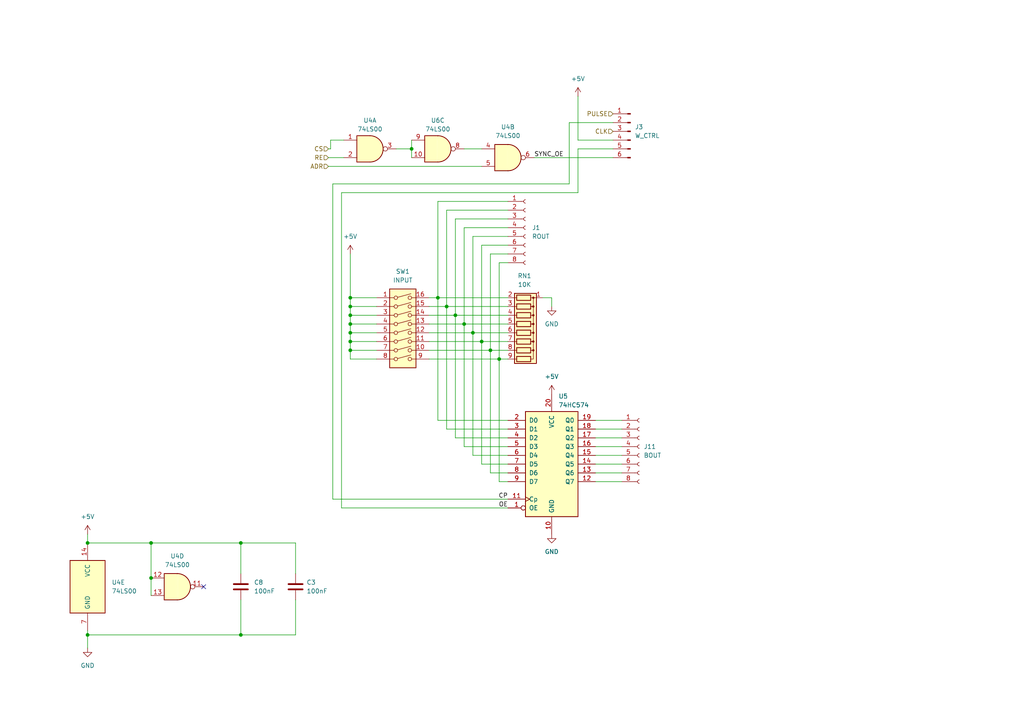
<source format=kicad_sch>
(kicad_sch (version 20230121) (generator eeschema)
  (paper "A4")
  (lib_symbols
    (symbol "74xx:74HCT574" (pin_names (offset 1.016))
      (property "Reference" "U" (at -7.62 16.51 0))
      (property "Value" "74HCT574" (at -7.62 -16.51 0))
      (symbol "74HCT574_1_0"
        (pin input inverted (at -12.7 -12.7 0) (length 5.08) (name "OE") (number "1"))
        (pin power_in line (at 0 -20.32 90) (length 5.08) (name "GND") (number "10"))
        (pin input clock (at -12.7 -10.16 0) (length 5.08) (name "Cp") (number "11"))
        (pin tri_state line (at 12.7 -5.08 180) (length 5.08) (name "Q7") (number "12"))
        (pin tri_state line (at 12.7 -2.54 180) (length 5.08) (name "Q6") (number "13"))
        (pin tri_state line (at 12.7 0 180) (length 5.08) (name "Q5") (number "14"))
        (pin tri_state line (at 12.7 2.54 180) (length 5.08) (name "Q4") (number "15"))
        (pin tri_state line (at 12.7 5.08 180) (length 5.08) (name "Q3") (number "16"))
        (pin tri_state line (at 12.7 7.62 180) (length 5.08) (name "Q2") (number "17"))
        (pin tri_state line (at 12.7 10.16 180) (length 5.08) (name "Q1") (number "18"))
        (pin tri_state line (at 12.7 12.7 180) (length 5.08) (name "Q0") (number "19"))
        (pin input line (at -12.7 12.7 0) (length 5.08) (name "D0") (number "2"))
        (pin power_in line (at 0 20.32 270) (length 5.08) (name "VCC") (number "20"))
        (pin input line (at -12.7 10.16 0) (length 5.08) (name "D1") (number "3"))
        (pin input line (at -12.7 7.62 0) (length 5.08) (name "D2") (number "4"))
        (pin input line (at -12.7 5.08 0) (length 5.08) (name "D3") (number "5"))
        (pin input line (at -12.7 2.54 0) (length 5.08) (name "D4") (number "6"))
        (pin input line (at -12.7 0 0) (length 5.08) (name "D5") (number "7"))
        (pin input line (at -12.7 -2.54 0) (length 5.08) (name "D6") (number "8"))
        (pin input line (at -12.7 -5.08 0) (length 5.08) (name "D7") (number "9"))
      )
      (symbol "74HCT574_1_1"
        (rectangle (start -7.62 15.24) (end 7.62 -15.24) (stroke (width 0.254)) (fill (type background)))
      )
    )
    (symbol "74xx:74LS00" (pin_names (offset 1.016))
      (property "Reference" "U" (at 0 1.27 0))
      (property "Value" "74LS00" (at 0 -1.27 0))
      (symbol "74LS00_1_1"
        (arc (start 0 -3.81) (mid 3.7934 0) (end 0 3.81) (stroke (width 0.254)) (fill (type background)))
        (polyline (pts (xy 0 3.81) (xy -3.81 3.81) (xy -3.81 -3.81) (xy 0 -3.81)) (stroke (width 0.254)) (fill (type background)))
        (pin input line (at -7.62 2.54 0) (length 3.81) (name "~") (number "1"))
        (pin input line (at -7.62 -2.54 0) (length 3.81) (name "~") (number "2"))
        (pin output inverted (at 7.62 0 180) (length 3.81) (name "~") (number "3"))
      )
      (symbol "74LS00_1_2"
        (arc (start -3.81 -3.81) (mid -2.589 0) (end -3.81 3.81) (stroke (width 0.254)))
        (arc (start -0.6096 -3.81) (mid 2.1842 -2.5851) (end 3.81 0) (stroke (width 0.254)) (fill (type background)))
        (polyline (pts (xy -3.81 -3.81) (xy -0.635 -3.81)) (stroke (width 0.254)) (fill (type background)))
        (polyline (pts (xy -3.81 3.81) (xy -0.635 3.81)) (stroke (width 0.254)) (fill (type background)))
        (polyline (pts (xy -0.635 3.81) (xy -3.81 3.81) (xy -3.81 3.81) (xy -3.556 3.4036) (xy -3.0226 2.2606) (xy -2.6924 1.0414) (xy -2.6162 -0.254) (xy -2.7686 -1.4986) (xy -3.175 -2.7178) (xy -3.81 -3.81) (xy -3.81 -3.81) (xy -0.635 -3.81)) (stroke (width -25.4)) (fill (type background)))
        (arc (start 3.81 0) (mid 2.1915 2.5936) (end -0.6096 3.81) (stroke (width 0.254)) (fill (type background)))
        (pin input inverted (at -7.62 2.54 0) (length 4.318) (name "~") (number "1"))
        (pin input inverted (at -7.62 -2.54 0) (length 4.318) (name "~") (number "2"))
        (pin output line (at 7.62 0 180) (length 3.81) (name "~") (number "3"))
      )
      (symbol "74LS00_2_1"
        (arc (start 0 -3.81) (mid 3.7934 0) (end 0 3.81) (stroke (width 0.254)) (fill (type background)))
        (polyline (pts (xy 0 3.81) (xy -3.81 3.81) (xy -3.81 -3.81) (xy 0 -3.81)) (stroke (width 0.254)) (fill (type background)))
        (pin input line (at -7.62 2.54 0) (length 3.81) (name "~") (number "4"))
        (pin input line (at -7.62 -2.54 0) (length 3.81) (name "~") (number "5"))
        (pin output inverted (at 7.62 0 180) (length 3.81) (name "~") (number "6"))
      )
      (symbol "74LS00_2_2"
        (arc (start -3.81 -3.81) (mid -2.589 0) (end -3.81 3.81) (stroke (width 0.254)))
        (arc (start -0.6096 -3.81) (mid 2.1842 -2.5851) (end 3.81 0) (stroke (width 0.254)) (fill (type background)))
        (polyline (pts (xy -3.81 -3.81) (xy -0.635 -3.81)) (stroke (width 0.254)) (fill (type background)))
        (polyline (pts (xy -3.81 3.81) (xy -0.635 3.81)) (stroke (width 0.254)) (fill (type background)))
        (polyline (pts (xy -0.635 3.81) (xy -3.81 3.81) (xy -3.81 3.81) (xy -3.556 3.4036) (xy -3.0226 2.2606) (xy -2.6924 1.0414) (xy -2.6162 -0.254) (xy -2.7686 -1.4986) (xy -3.175 -2.7178) (xy -3.81 -3.81) (xy -3.81 -3.81) (xy -0.635 -3.81)) (stroke (width -25.4)) (fill (type background)))
        (arc (start 3.81 0) (mid 2.1915 2.5936) (end -0.6096 3.81) (stroke (width 0.254)) (fill (type background)))
        (pin input inverted (at -7.62 2.54 0) (length 4.318) (name "~") (number "4"))
        (pin input inverted (at -7.62 -2.54 0) (length 4.318) (name "~") (number "5"))
        (pin output line (at 7.62 0 180) (length 3.81) (name "~") (number "6"))
      )
      (symbol "74LS00_3_1"
        (arc (start 0 -3.81) (mid 3.7934 0) (end 0 3.81) (stroke (width 0.254)) (fill (type background)))
        (polyline (pts (xy 0 3.81) (xy -3.81 3.81) (xy -3.81 -3.81) (xy 0 -3.81)) (stroke (width 0.254)) (fill (type background)))
        (pin input line (at -7.62 -2.54 0) (length 3.81) (name "~") (number "10"))
        (pin output inverted (at 7.62 0 180) (length 3.81) (name "~") (number "8"))
        (pin input line (at -7.62 2.54 0) (length 3.81) (name "~") (number "9"))
      )
      (symbol "74LS00_3_2"
        (arc (start -3.81 -3.81) (mid -2.589 0) (end -3.81 3.81) (stroke (width 0.254)))
        (arc (start -0.6096 -3.81) (mid 2.1842 -2.5851) (end 3.81 0) (stroke (width 0.254)) (fill (type background)))
        (polyline (pts (xy -3.81 -3.81) (xy -0.635 -3.81)) (stroke (width 0.254)) (fill (type background)))
        (polyline (pts (xy -3.81 3.81) (xy -0.635 3.81)) (stroke (width 0.254)) (fill (type background)))
        (polyline (pts (xy -0.635 3.81) (xy -3.81 3.81) (xy -3.81 3.81) (xy -3.556 3.4036) (xy -3.0226 2.2606) (xy -2.6924 1.0414) (xy -2.6162 -0.254) (xy -2.7686 -1.4986) (xy -3.175 -2.7178) (xy -3.81 -3.81) (xy -3.81 -3.81) (xy -0.635 -3.81)) (stroke (width -25.4)) (fill (type background)))
        (arc (start 3.81 0) (mid 2.1915 2.5936) (end -0.6096 3.81) (stroke (width 0.254)) (fill (type background)))
        (pin input inverted (at -7.62 -2.54 0) (length 4.318) (name "~") (number "10"))
        (pin output line (at 7.62 0 180) (length 3.81) (name "~") (number "8"))
        (pin input inverted (at -7.62 2.54 0) (length 4.318) (name "~") (number "9"))
      )
      (symbol "74LS00_4_1"
        (arc (start 0 -3.81) (mid 3.7934 0) (end 0 3.81) (stroke (width 0.254)) (fill (type background)))
        (polyline (pts (xy 0 3.81) (xy -3.81 3.81) (xy -3.81 -3.81) (xy 0 -3.81)) (stroke (width 0.254)) (fill (type background)))
        (pin output inverted (at 7.62 0 180) (length 3.81) (name "~") (number "11"))
        (pin input line (at -7.62 2.54 0) (length 3.81) (name "~") (number "12"))
        (pin input line (at -7.62 -2.54 0) (length 3.81) (name "~") (number "13"))
      )
      (symbol "74LS00_4_2"
        (arc (start -3.81 -3.81) (mid -2.589 0) (end -3.81 3.81) (stroke (width 0.254)))
        (arc (start -0.6096 -3.81) (mid 2.1842 -2.5851) (end 3.81 0) (stroke (width 0.254)) (fill (type background)))
        (polyline (pts (xy -3.81 -3.81) (xy -0.635 -3.81)) (stroke (width 0.254)) (fill (type background)))
        (polyline (pts (xy -3.81 3.81) (xy -0.635 3.81)) (stroke (width 0.254)) (fill (type background)))
        (polyline (pts (xy -0.635 3.81) (xy -3.81 3.81) (xy -3.81 3.81) (xy -3.556 3.4036) (xy -3.0226 2.2606) (xy -2.6924 1.0414) (xy -2.6162 -0.254) (xy -2.7686 -1.4986) (xy -3.175 -2.7178) (xy -3.81 -3.81) (xy -3.81 -3.81) (xy -0.635 -3.81)) (stroke (width -25.4)) (fill (type background)))
        (arc (start 3.81 0) (mid 2.1915 2.5936) (end -0.6096 3.81) (stroke (width 0.254)) (fill (type background)))
        (pin output line (at 7.62 0 180) (length 3.81) (name "~") (number "11"))
        (pin input inverted (at -7.62 2.54 0) (length 4.318) (name "~") (number "12"))
        (pin input inverted (at -7.62 -2.54 0) (length 4.318) (name "~") (number "13"))
      )
      (symbol "74LS00_5_0"
        (pin power_in line (at 0 12.7 270) (length 5.08) (name "VCC") (number "14"))
        (pin power_in line (at 0 -12.7 90) (length 5.08) (name "GND") (number "7"))
      )
      (symbol "74LS00_5_1"
        (rectangle (start -5.08 7.62) (end 5.08 -7.62) (stroke (width 0.254)) (fill (type background)))
      )
    )
    (symbol "Connector:Conn_01x06_Pin" (pin_names (offset 1.016) hide)
      (property "Reference" "J" (at 0 7.62 0))
      (property "Value" "Conn_01x06_Pin" (at 0 -10.16 0))
      (symbol "Conn_01x06_Pin_1_1"
        (polyline (pts (xy 1.27 -7.62) (xy 0.8636 -7.62)) (stroke (width 0.1524)))
        (polyline (pts (xy 1.27 -5.08) (xy 0.8636 -5.08)) (stroke (width 0.1524)))
        (polyline (pts (xy 1.27 -2.54) (xy 0.8636 -2.54)) (stroke (width 0.1524)))
        (polyline (pts (xy 1.27 0) (xy 0.8636 0)) (stroke (width 0.1524)))
        (polyline (pts (xy 1.27 2.54) (xy 0.8636 2.54)) (stroke (width 0.1524)))
        (polyline (pts (xy 1.27 5.08) (xy 0.8636 5.08)) (stroke (width 0.1524)))
        (rectangle (start 0.8636 -7.493) (end 0 -7.747) (stroke (width 0.1524)) (fill (type outline)))
        (rectangle (start 0.8636 -4.953) (end 0 -5.207) (stroke (width 0.1524)) (fill (type outline)))
        (rectangle (start 0.8636 -2.413) (end 0 -2.667) (stroke (width 0.1524)) (fill (type outline)))
        (rectangle (start 0.8636 0.127) (end 0 -0.127) (stroke (width 0.1524)) (fill (type outline)))
        (rectangle (start 0.8636 2.667) (end 0 2.413) (stroke (width 0.1524)) (fill (type outline)))
        (rectangle (start 0.8636 5.207) (end 0 4.953) (stroke (width 0.1524)) (fill (type outline)))
        (pin passive line (at 5.08 5.08 180) (length 3.81) (name "Pin_1") (number "1"))
        (pin passive line (at 5.08 2.54 180) (length 3.81) (name "Pin_2") (number "2"))
        (pin passive line (at 5.08 0 180) (length 3.81) (name "Pin_3") (number "3"))
        (pin passive line (at 5.08 -2.54 180) (length 3.81) (name "Pin_4") (number "4"))
        (pin passive line (at 5.08 -5.08 180) (length 3.81) (name "Pin_5") (number "5"))
        (pin passive line (at 5.08 -7.62 180) (length 3.81) (name "Pin_6") (number "6"))
      )
    )
    (symbol "Connector:Conn_01x08_Socket" (pin_names (offset 1.016) hide)
      (property "Reference" "J" (at 0 10.16 0))
      (property "Value" "Conn_01x08_Socket" (at 0 -12.7 0))
      (symbol "Conn_01x08_Socket_1_1"
        (arc (start 0 -9.652) (mid -0.5058 -10.16) (end 0 -10.668) (stroke (width 0.1524)))
        (arc (start 0 -7.112) (mid -0.5058 -7.62) (end 0 -8.128) (stroke (width 0.1524)))
        (arc (start 0 -4.572) (mid -0.5058 -5.08) (end 0 -5.588) (stroke (width 0.1524)))
        (arc (start 0 -2.032) (mid -0.5058 -2.54) (end 0 -3.048) (stroke (width 0.1524)))
        (polyline (pts (xy -1.27 -10.16) (xy -0.508 -10.16)) (stroke (width 0.1524)))
        (polyline (pts (xy -1.27 -7.62) (xy -0.508 -7.62)) (stroke (width 0.1524)))
        (polyline (pts (xy -1.27 -5.08) (xy -0.508 -5.08)) (stroke (width 0.1524)))
        (polyline (pts (xy -1.27 -2.54) (xy -0.508 -2.54)) (stroke (width 0.1524)))
        (polyline (pts (xy -1.27 0) (xy -0.508 0)) (stroke (width 0.1524)))
        (polyline (pts (xy -1.27 2.54) (xy -0.508 2.54)) (stroke (width 0.1524)))
        (polyline (pts (xy -1.27 5.08) (xy -0.508 5.08)) (stroke (width 0.1524)))
        (polyline (pts (xy -1.27 7.62) (xy -0.508 7.62)) (stroke (width 0.1524)))
        (arc (start 0 0.508) (mid -0.5058 0) (end 0 -0.508) (stroke (width 0.1524)))
        (arc (start 0 3.048) (mid -0.5058 2.54) (end 0 2.032) (stroke (width 0.1524)))
        (arc (start 0 5.588) (mid -0.5058 5.08) (end 0 4.572) (stroke (width 0.1524)))
        (arc (start 0 8.128) (mid -0.5058 7.62) (end 0 7.112) (stroke (width 0.1524)))
        (pin passive line (at -5.08 7.62 0) (length 3.81) (name "Pin_1") (number "1"))
        (pin passive line (at -5.08 5.08 0) (length 3.81) (name "Pin_2") (number "2"))
        (pin passive line (at -5.08 2.54 0) (length 3.81) (name "Pin_3") (number "3"))
        (pin passive line (at -5.08 0 0) (length 3.81) (name "Pin_4") (number "4"))
        (pin passive line (at -5.08 -2.54 0) (length 3.81) (name "Pin_5") (number "5"))
        (pin passive line (at -5.08 -5.08 0) (length 3.81) (name "Pin_6") (number "6"))
        (pin passive line (at -5.08 -7.62 0) (length 3.81) (name "Pin_7") (number "7"))
        (pin passive line (at -5.08 -10.16 0) (length 3.81) (name "Pin_8") (number "8"))
      )
    )
    (symbol "Device:C" (pin_numbers hide) (pin_names (offset 0.254))
      (property "Reference" "C" (at 0.635 2.54 0))
      (property "Value" "C" (at 0.635 -2.54 0))
      (symbol "C_0_1"
        (polyline (pts (xy -2.032 -0.762) (xy 2.032 -0.762)) (stroke (width 0.508)))
        (polyline (pts (xy -2.032 0.762) (xy 2.032 0.762)) (stroke (width 0.508)))
      )
      (symbol "C_1_1"
        (pin passive line (at 0 3.81 270) (length 2.794) (name "~") (number "1"))
        (pin passive line (at 0 -3.81 90) (length 2.794) (name "~") (number "2"))
      )
    )
    (symbol "Device:R_Network08" (pin_names (offset 0) hide)
      (property "Reference" "RN" (at -12.7 0 90))
      (property "Value" "R_Network08" (at 10.16 0 90))
      (symbol "R_Network08_0_1"
        (rectangle (start -11.43 -3.175) (end 8.89 3.175) (stroke (width 0.254)) (fill (type background)))
        (rectangle (start -10.922 1.524) (end -9.398 -2.54) (stroke (width 0.254)))
        (circle (center -10.16 2.286) (radius 0.254) (fill (type outline)))
        (rectangle (start -8.382 1.524) (end -6.858 -2.54) (stroke (width 0.254)))
        (circle (center -7.62 2.286) (radius 0.254) (fill (type outline)))
        (rectangle (start -5.842 1.524) (end -4.318 -2.54) (stroke (width 0.254)))
        (circle (center -5.08 2.286) (radius 0.254) (fill (type outline)))
        (rectangle (start -3.302 1.524) (end -1.778 -2.54) (stroke (width 0.254)))
        (circle (center -2.54 2.286) (radius 0.254) (fill (type outline)))
        (rectangle (start -0.762 1.524) (end 0.762 -2.54) (stroke (width 0.254)))
        (polyline (pts (xy -10.16 -2.54) (xy -10.16 -3.81)))
        (polyline (pts (xy -7.62 -2.54) (xy -7.62 -3.81)))
        (polyline (pts (xy -5.08 -2.54) (xy -5.08 -3.81)))
        (polyline (pts (xy -2.54 -2.54) (xy -2.54 -3.81)))
        (polyline (pts (xy 0 -2.54) (xy 0 -3.81)))
        (polyline (pts (xy 2.54 -2.54) (xy 2.54 -3.81)))
        (polyline (pts (xy 5.08 -2.54) (xy 5.08 -3.81)))
        (polyline (pts (xy 7.62 -2.54) (xy 7.62 -3.81)))
        (polyline (pts (xy -10.16 1.524) (xy -10.16 2.286) (xy -7.62 2.286) (xy -7.62 1.524)))
        (polyline (pts (xy -7.62 1.524) (xy -7.62 2.286) (xy -5.08 2.286) (xy -5.08 1.524)))
        (polyline (pts (xy -5.08 1.524) (xy -5.08 2.286) (xy -2.54 2.286) (xy -2.54 1.524)))
        (polyline (pts (xy -2.54 1.524) (xy -2.54 2.286) (xy 0 2.286) (xy 0 1.524)))
        (polyline (pts (xy 0 1.524) (xy 0 2.286) (xy 2.54 2.286) (xy 2.54 1.524)))
        (polyline (pts (xy 2.54 1.524) (xy 2.54 2.286) (xy 5.08 2.286) (xy 5.08 1.524)))
        (polyline (pts (xy 5.08 1.524) (xy 5.08 2.286) (xy 7.62 2.286) (xy 7.62 1.524)))
        (circle (center 0 2.286) (radius 0.254) (fill (type outline)))
        (rectangle (start 1.778 1.524) (end 3.302 -2.54) (stroke (width 0.254)))
        (circle (center 2.54 2.286) (radius 0.254) (fill (type outline)))
        (rectangle (start 4.318 1.524) (end 5.842 -2.54) (stroke (width 0.254)))
        (circle (center 5.08 2.286) (radius 0.254) (fill (type outline)))
        (rectangle (start 6.858 1.524) (end 8.382 -2.54) (stroke (width 0.254)))
      )
      (symbol "R_Network08_1_1"
        (pin passive line (at -10.16 5.08 270) (length 2.54) (name "common") (number "1"))
        (pin passive line (at -10.16 -5.08 90) (length 1.27) (name "R1") (number "2"))
        (pin passive line (at -7.62 -5.08 90) (length 1.27) (name "R2") (number "3"))
        (pin passive line (at -5.08 -5.08 90) (length 1.27) (name "R3") (number "4"))
        (pin passive line (at -2.54 -5.08 90) (length 1.27) (name "R4") (number "5"))
        (pin passive line (at 0 -5.08 90) (length 1.27) (name "R5") (number "6"))
        (pin passive line (at 2.54 -5.08 90) (length 1.27) (name "R6") (number "7"))
        (pin passive line (at 5.08 -5.08 90) (length 1.27) (name "R7") (number "8"))
        (pin passive line (at 7.62 -5.08 90) (length 1.27) (name "R8") (number "9"))
      )
    )
    (symbol "Switch:SW_DIP_x08" (pin_names (offset 0) hide)
      (property "Reference" "SW" (at 0 13.97 0))
      (property "Value" "SW_DIP_x08" (at 0 -11.43 0))
      (symbol "SW_DIP_x08_0_0"
        (circle (center -2.032 -7.62) (radius 0.508))
        (circle (center -2.032 -5.08) (radius 0.508))
        (circle (center -2.032 -2.54) (radius 0.508))
        (circle (center -2.032 0) (radius 0.508))
        (circle (center -2.032 2.54) (radius 0.508))
        (circle (center -2.032 5.08) (radius 0.508))
        (circle (center -2.032 7.62) (radius 0.508))
        (circle (center -2.032 10.16) (radius 0.508))
        (polyline (pts (xy -1.524 -7.4676) (xy 2.3622 -6.4262)))
        (polyline (pts (xy -1.524 -4.9276) (xy 2.3622 -3.8862)))
        (polyline (pts (xy -1.524 -2.3876) (xy 2.3622 -1.3462)))
        (polyline (pts (xy -1.524 0.127) (xy 2.3622 1.1684)))
        (polyline (pts (xy -1.524 2.667) (xy 2.3622 3.7084)))
        (polyline (pts (xy -1.524 5.207) (xy 2.3622 6.2484)))
        (polyline (pts (xy -1.524 7.747) (xy 2.3622 8.7884)))
        (polyline (pts (xy -1.524 10.287) (xy 2.3622 11.3284)))
        (circle (center 2.032 -7.62) (radius 0.508))
        (circle (center 2.032 -5.08) (radius 0.508))
        (circle (center 2.032 -2.54) (radius 0.508))
        (circle (center 2.032 0) (radius 0.508))
        (circle (center 2.032 2.54) (radius 0.508))
        (circle (center 2.032 5.08) (radius 0.508))
        (circle (center 2.032 7.62) (radius 0.508))
        (circle (center 2.032 10.16) (radius 0.508))
      )
      (symbol "SW_DIP_x08_0_1"
        (rectangle (start -3.81 12.7) (end 3.81 -10.16) (stroke (width 0.254)) (fill (type background)))
      )
      (symbol "SW_DIP_x08_1_1"
        (pin passive line (at -7.62 10.16 0) (length 5.08) (name "~") (number "1"))
        (pin passive line (at 7.62 -5.08 180) (length 5.08) (name "~") (number "10"))
        (pin passive line (at 7.62 -2.54 180) (length 5.08) (name "~") (number "11"))
        (pin passive line (at 7.62 0 180) (length 5.08) (name "~") (number "12"))
        (pin passive line (at 7.62 2.54 180) (length 5.08) (name "~") (number "13"))
        (pin passive line (at 7.62 5.08 180) (length 5.08) (name "~") (number "14"))
        (pin passive line (at 7.62 7.62 180) (length 5.08) (name "~") (number "15"))
        (pin passive line (at 7.62 10.16 180) (length 5.08) (name "~") (number "16"))
        (pin passive line (at -7.62 7.62 0) (length 5.08) (name "~") (number "2"))
        (pin passive line (at -7.62 5.08 0) (length 5.08) (name "~") (number "3"))
        (pin passive line (at -7.62 2.54 0) (length 5.08) (name "~") (number "4"))
        (pin passive line (at -7.62 0 0) (length 5.08) (name "~") (number "5"))
        (pin passive line (at -7.62 -2.54 0) (length 5.08) (name "~") (number "6"))
        (pin passive line (at -7.62 -5.08 0) (length 5.08) (name "~") (number "7"))
        (pin passive line (at -7.62 -7.62 0) (length 5.08) (name "~") (number "8"))
        (pin passive line (at 7.62 -7.62 180) (length 5.08) (name "~") (number "9"))
      )
    )
    (symbol "power:+5V" (power) (pin_names (offset 0))
      (property "Value" "+5V" (at 0 3.556 0))
      (symbol "+5V_0_1"
        (polyline (pts (xy -0.762 1.27) (xy 0 2.54)))
        (polyline (pts (xy 0 0) (xy 0 2.54)))
        (polyline (pts (xy 0 2.54) (xy 0.762 1.27)))
      )
      (symbol "+5V_1_1"
        (pin power_in line (at 0 0 90) (length 0) hide (name "+5V") (number "1"))
      )
    )
    (symbol "power:GND" (power) (pin_names (offset 0))
      (property "Value" "GND" (at 0 -3.81 0))
      (symbol "GND_0_1"
        (polyline (pts (xy 0 0) (xy 0 -1.27) (xy 1.27 -1.27) (xy 0 -2.54) (xy -1.27 -1.27) (xy 0 -1.27)))
      )
      (symbol "GND_1_1"
        (pin power_in line (at 0 0 270) (length 0) hide (name "GND") (number "1"))
      )
    )
  )
  (junction (at 132.08 91.44))
  (junction (at 142.24 101.6))
  (junction (at 119.38 43.18))
  (junction (at 139.7 99.06))
  (junction (at 69.85 184.15))
  (junction (at 101.6 101.6))
  (junction (at 69.85 157.48))
  (junction (at 129.54 88.9))
  (junction (at 101.6 93.98))
  (junction (at 101.6 96.52))
  (junction (at 144.78 104.14))
  (junction (at 101.6 86.36))
  (junction (at 25.4 184.15))
  (junction (at 127 86.36))
  (junction (at 137.16 96.52))
  (junction (at 134.62 93.98))
  (junction (at 101.6 91.44))
  (junction (at 101.6 88.9))
  (junction (at 25.4 157.48))
  (junction (at 43.815 167.64))
  (junction (at 101.6 99.06))
  (junction (at 43.815 157.48))
  (no_connect (at 59.055 170.18))
  (wire (pts (xy 147.32 71.12) (xy 139.7 71.12)))
  (wire (pts (xy 167.64 43.18) (xy 167.64 55.88)))
  (wire (pts (xy 137.16 96.52) (xy 137.16 68.58)))
  (wire (pts (xy 96.52 144.78) (xy 147.32 144.78)))
  (wire (pts (xy 137.16 96.52) (xy 147.32 96.52)))
  (wire (pts (xy 43.815 157.48) (xy 43.815 167.64)))
  (wire (pts (xy 101.6 101.6) (xy 101.6 104.14)))
  (wire (pts (xy 129.54 88.9) (xy 129.54 124.46)))
  (wire (pts (xy 99.06 55.88) (xy 167.64 55.88)))
  (wire (pts (xy 132.08 91.44) (xy 132.08 127)))
  (wire (pts (xy 95.885 40.64) (xy 99.695 40.64)))
  (wire (pts (xy 101.6 96.52) (xy 109.22 96.52)))
  (wire (pts (xy 124.46 91.44) (xy 132.08 91.44)))
  (wire (pts (xy 127 58.42) (xy 127 86.36)))
  (wire (pts (xy 127 121.92) (xy 147.32 121.92)))
  (wire (pts (xy 137.16 68.58) (xy 147.32 68.58)))
  (wire (pts (xy 142.24 137.16) (xy 147.32 137.16)))
  (wire (pts (xy 85.725 157.48) (xy 69.85 157.48)))
  (wire (pts (xy 144.78 139.7) (xy 147.32 139.7)))
  (wire (pts (xy 25.4 184.15) (xy 25.4 187.96)))
  (wire (pts (xy 132.08 91.44) (xy 147.32 91.44)))
  (wire (pts (xy 95.885 43.18) (xy 95.885 40.64)))
  (wire (pts (xy 85.725 166.37) (xy 85.725 157.48)))
  (wire (pts (xy 85.725 173.99) (xy 85.725 184.15)))
  (wire (pts (xy 124.46 93.98) (xy 134.62 93.98)))
  (wire (pts (xy 109.22 104.14) (xy 101.6 104.14)))
  (wire (pts (xy 180.34 134.62) (xy 172.72 134.62)))
  (wire (pts (xy 139.7 99.06) (xy 147.32 99.06)))
  (wire (pts (xy 142.24 101.6) (xy 142.24 137.16)))
  (wire (pts (xy 167.64 27.94) (xy 167.64 40.64)))
  (wire (pts (xy 134.62 93.98) (xy 147.32 93.98)))
  (wire (pts (xy 129.54 124.46) (xy 147.32 124.46)))
  (wire (pts (xy 180.34 139.7) (xy 172.72 139.7)))
  (wire (pts (xy 144.78 104.14) (xy 147.32 104.14)))
  (wire (pts (xy 134.62 93.98) (xy 134.62 129.54)))
  (wire (pts (xy 147.32 132.08) (xy 137.16 132.08)))
  (wire (pts (xy 129.54 60.96) (xy 129.54 88.9)))
  (wire (pts (xy 160.02 86.36) (xy 160.02 88.9)))
  (wire (pts (xy 180.34 137.16) (xy 172.72 137.16)))
  (wire (pts (xy 101.6 88.9) (xy 101.6 91.44)))
  (wire (pts (xy 180.34 129.54) (xy 172.72 129.54)))
  (wire (pts (xy 144.78 104.14) (xy 144.78 139.7)))
  (wire (pts (xy 124.46 88.9) (xy 129.54 88.9)))
  (wire (pts (xy 101.6 101.6) (xy 109.22 101.6)))
  (wire (pts (xy 147.32 58.42) (xy 127 58.42)))
  (wire (pts (xy 124.46 86.36) (xy 127 86.36)))
  (wire (pts (xy 154.94 45.72) (xy 177.8 45.72)))
  (wire (pts (xy 43.815 157.48) (xy 69.85 157.48)))
  (wire (pts (xy 147.32 66.04) (xy 134.62 66.04)))
  (wire (pts (xy 95.25 48.26) (xy 139.7 48.26)))
  (wire (pts (xy 101.6 91.44) (xy 109.22 91.44)))
  (wire (pts (xy 180.34 132.08) (xy 172.72 132.08)))
  (wire (pts (xy 177.8 43.18) (xy 167.64 43.18)))
  (wire (pts (xy 157.48 86.36) (xy 160.02 86.36)))
  (wire (pts (xy 114.935 43.18) (xy 119.38 43.18)))
  (wire (pts (xy 147.32 60.96) (xy 129.54 60.96)))
  (wire (pts (xy 127 86.36) (xy 147.32 86.36)))
  (wire (pts (xy 69.85 157.48) (xy 69.85 166.37)))
  (wire (pts (xy 124.46 104.14) (xy 144.78 104.14)))
  (wire (pts (xy 139.7 99.06) (xy 139.7 134.62)))
  (wire (pts (xy 165.1 35.56) (xy 165.1 53.34)))
  (wire (pts (xy 134.62 66.04) (xy 134.62 93.98)))
  (wire (pts (xy 132.08 127) (xy 147.32 127)))
  (wire (pts (xy 101.6 96.52) (xy 101.6 99.06)))
  (wire (pts (xy 124.46 96.52) (xy 137.16 96.52)))
  (wire (pts (xy 180.34 127) (xy 172.72 127)))
  (wire (pts (xy 124.46 101.6) (xy 142.24 101.6)))
  (wire (pts (xy 124.46 99.06) (xy 139.7 99.06)))
  (wire (pts (xy 69.85 184.15) (xy 25.4 184.15)))
  (wire (pts (xy 101.6 93.98) (xy 109.22 93.98)))
  (wire (pts (xy 101.6 86.36) (xy 101.6 88.9)))
  (wire (pts (xy 142.24 73.66) (xy 142.24 101.6)))
  (wire (pts (xy 137.16 96.52) (xy 137.16 132.08)))
  (wire (pts (xy 95.25 45.72) (xy 99.695 45.72)))
  (wire (pts (xy 132.08 63.5) (xy 132.08 91.44)))
  (wire (pts (xy 180.34 124.46) (xy 172.72 124.46)))
  (wire (pts (xy 101.6 99.06) (xy 101.6 101.6)))
  (wire (pts (xy 180.34 121.92) (xy 172.72 121.92)))
  (wire (pts (xy 101.6 99.06) (xy 109.22 99.06)))
  (wire (pts (xy 95.25 43.18) (xy 95.885 43.18)))
  (wire (pts (xy 101.6 91.44) (xy 101.6 93.98)))
  (wire (pts (xy 101.6 86.36) (xy 109.22 86.36)))
  (wire (pts (xy 101.6 73.66) (xy 101.6 86.36)))
  (wire (pts (xy 96.52 53.34) (xy 96.52 144.78)))
  (wire (pts (xy 139.7 134.62) (xy 147.32 134.62)))
  (wire (pts (xy 69.85 173.99) (xy 69.85 184.15)))
  (wire (pts (xy 144.78 76.2) (xy 144.78 104.14)))
  (wire (pts (xy 25.4 157.48) (xy 43.815 157.48)))
  (wire (pts (xy 25.4 154.94) (xy 25.4 157.48)))
  (wire (pts (xy 134.62 43.18) (xy 139.7 43.18)))
  (wire (pts (xy 25.4 182.88) (xy 25.4 184.15)))
  (wire (pts (xy 119.38 43.18) (xy 119.38 45.72)))
  (wire (pts (xy 144.78 76.2) (xy 147.32 76.2)))
  (wire (pts (xy 127 86.36) (xy 127 121.92)))
  (wire (pts (xy 99.06 55.88) (xy 99.06 147.32)))
  (wire (pts (xy 96.52 53.34) (xy 165.1 53.34)))
  (wire (pts (xy 43.815 167.64) (xy 43.815 172.72)))
  (wire (pts (xy 129.54 88.9) (xy 147.32 88.9)))
  (wire (pts (xy 99.06 147.32) (xy 147.32 147.32)))
  (wire (pts (xy 101.6 93.98) (xy 101.6 96.52)))
  (wire (pts (xy 142.24 101.6) (xy 147.32 101.6)))
  (wire (pts (xy 139.7 71.12) (xy 139.7 99.06)))
  (wire (pts (xy 101.6 88.9) (xy 109.22 88.9)))
  (wire (pts (xy 177.8 35.56) (xy 165.1 35.56)))
  (wire (pts (xy 119.38 40.64) (xy 119.38 43.18)))
  (wire (pts (xy 147.32 73.66) (xy 142.24 73.66)))
  (wire (pts (xy 85.725 184.15) (xy 69.85 184.15)))
  (wire (pts (xy 147.32 63.5) (xy 132.08 63.5)))
  (wire (pts (xy 134.62 129.54) (xy 147.32 129.54)))
  (wire (pts (xy 167.64 40.64) (xy 177.8 40.64)))
  (label "SYNC_OE" (at 154.94 45.72 0))
  (label "OE" (at 147.32 147.32 180))
  (label "CP" (at 147.32 144.78 180))
  (hierarchical_label "ADR" (shape input) (at 95.25 48.26 180))
  (hierarchical_label "CLK" (shape input) (at 177.8 38.1 180))
  (hierarchical_label "PULSE" (shape input) (at 177.8 33.02 180))
  (hierarchical_label "RE" (shape input) (at 95.25 45.72 180))
  (hierarchical_label "CS" (shape input) (at 95.25 43.18 180))
  (symbol (lib_id "Connector:Conn_01x08_Socket") (at 185.42 129.54 0) (unit 1)
    (property "Reference" "J11" (at 186.69 129.54 0) (effects (justify left)))
    (property "Value" "BOUT" (at 186.69 132.08 0) (effects (justify left)))
    (property "Footprint" "Connector_PinSocket_2.54mm:PinSocket_1x08_P2.54mm_Vertical" (effects hide))
    (instances (project "DigitalProtoBoard" (path "" (reference "J11") (unit 1)) (path "" (reference "J13") (unit 1))))
  )
  (symbol (lib_id "Switch:SW_DIP_x08") (at 116.84 96.52 0) (unit 1)
    (property "Reference" "SW1" (at 116.84 78.74 0))
    (property "Value" "INPUT" (at 116.84 81.28 0))
    (property "Footprint" "Button_Switch_THT:SW_DIP_SPSTx08_Slide_9.78x22.5mm_W7.62mm_P2.54mm" (effects hide))
  )
  (symbol (lib_id "74xx:74HCT574") (at 160.02 134.62 0) (unit 1)
    (property "Reference" "U5" (at 161.9759 114.935 0) (effects (justify left)))
    (property "Value" "74HC574" (at 161.9759 117.475 0) (effects (justify left)))
    (property "Footprint" "Package_DIP:DIP-20_W7.62mm" (effects hide))
    (property "Datasheet" "http://www.ti.com/lit/gpn/sn74HCT574" (effects hide))
  )
  (symbol (lib_id "74xx:74LS00") (at 147.32 45.72 0) (unit 2)
    (property "Reference" "U4" (at 147.3117 36.83 0))
    (property "Value" "74LS00" (at 147.3117 39.37 0))
    (property "Datasheet" "http://www.ti.com/lit/gpn/sn74ls00" (effects hide))
  )
  (symbol (lib_id "74xx:74LS00") (at 107.315 43.18 0) (unit 1)
    (property "Reference" "U4" (at 107.3067 34.925 0))
    (property "Value" "74LS00" (at 107.3067 37.465 0))
    (property "Datasheet" "http://www.ti.com/lit/gpn/sn74ls00" (effects hide))
  )
  (symbol (lib_id "Device:C") (at 69.85 170.18 0) (unit 1)
    (property "Reference" "C8" (at 73.66 168.91 0) (effects (justify left)))
    (property "Value" "100nF" (at 73.66 171.45 0) (effects (justify left)))
    (property "Footprint" "Capacitor_THT:C_Disc_D5.0mm_W2.5mm_P2.50mm" (effects hide))
    (instances (project "DigitalProtoBoard" (path "" (reference "C8") (unit 1)) (path "" (reference "C7") (unit 1)) (path "" (reference "C9") (unit 1))))
  )
  (symbol (lib_id "power:GND") (at 160.02 154.94 0) (unit 1)
    (property "Reference" "#PWR015" (effects hide))
    (property "Value" "GND" (at 160.02 160.02 0))
  )
  (symbol (lib_id "power:GND") (at 25.4 187.96 0) (unit 1)
    (property "Reference" "#PWR05" (effects hide))
    (property "Value" "GND" (at 25.4 193.04 0))
    (instances (project "DigitalProtoBoard" (path "" (reference "#PWR05") (unit 1)) (path "" (reference "#PWR038") (unit 1))))
  )
  (symbol (lib_id "Device:R_Network08") (at 152.4 96.52 270) (unit 1)
    (property "Reference" "RN1" (at 152.146 80.01 90))
    (property "Value" "10K" (at 152.146 82.55 90))
    (property "Footprint" "Resistor_THT:R_Array_SIP9" (effects hide))
    (property "Datasheet" "http://www.vishay.com/docs/31509/csc.pdf" (effects hide))
  )
  (symbol (lib_id "power:+5V") (at 101.6 73.66 0) (unit 1)
    (property "Reference" "#PWR02" (effects hide))
    (property "Value" "+5V" (at 101.6 68.58 0))
    (instances (project "DigitalProtoBoard" (path "" (reference "#PWR02") (unit 1)) (path "" (reference "#PWR01") (unit 1))))
  )
  (symbol (lib_id "Connector:Conn_01x08_Socket") (at 152.4 66.04 0) (unit 1)
    (property "Reference" "J1" (at 154.305 66.04 0) (effects (justify left)))
    (property "Value" "ROUT" (at 154.305 68.58 0) (effects (justify left)))
    (property "Footprint" "Connector_PinSocket_2.54mm:PinSocket_1x08_P2.54mm_Vertical" (effects hide))
    (instances (project "DigitalProtoBoard" (path "" (reference "J1") (unit 1)) (path "" (reference "J12") (unit 1))))
  )
  (symbol (lib_id "power:+5V") (at 25.4 154.94 0) (unit 1)
    (property "Reference" "#PWR06" (effects hide))
    (property "Value" "+5V" (at 25.4 149.86 0))
    (instances (project "DigitalProtoBoard" (path "" (reference "#PWR06") (unit 1)) (path "" (reference "#PWR037") (unit 1))))
  )
  (symbol (lib_id "Connector:Conn_01x06_Pin") (at 182.88 38.1 0) (mirror y) (unit 1)
    (property "Reference" "J3" (at 184.15 36.83 0) (effects (justify right)))
    (property "Value" "W_CTRL" (at 184.15 39.37 0) (effects (justify right)))
    (property "Footprint" "Connector_PinHeader_2.54mm:PinHeader_1x06_P2.54mm_Vertical" (effects hide))
  )
  (symbol (lib_id "power:GND") (at 160.02 88.9 0) (unit 1)
    (property "Reference" "#PWR01" (effects hide))
    (property "Value" "GND" (at 160.02 93.98 0))
    (instances (project "DigitalProtoBoard" (path "" (reference "#PWR01") (unit 1)) (path "" (reference "#PWR02") (unit 1))))
  )
  (symbol (lib_id "74xx:74LS00") (at 51.435 170.18 0) (unit 4)
    (property "Reference" "U4" (at 51.4267 161.29 0))
    (property "Value" "74LS00" (at 51.4267 163.83 0))
    (property "Datasheet" "http://www.ti.com/lit/gpn/sn74ls00" (effects hide))
  )
  (symbol (lib_id "Device:C") (at 85.725 170.18 0) (unit 1)
    (property "Reference" "C3" (at 88.9 168.91 0) (effects (justify left)))
    (property "Value" "100nF" (at 88.9 171.45 0) (effects (justify left)))
    (property "Footprint" "Capacitor_THT:C_Disc_D5.0mm_W2.5mm_P2.50mm" (effects hide))
  )
  (symbol (lib_id "74xx:74LS00") (at 127 43.18 0) (unit 3)
    (property "Reference" "U6" (at 126.9917 34.925 0))
    (property "Value" "74LS00" (at 126.9917 37.465 0))
    (property "Datasheet" "http://www.ti.com/lit/gpn/sn74ls00" (effects hide))
  )
  (symbol (lib_id "power:+5V") (at 160.02 114.3 0) (unit 1)
    (property "Reference" "#PWR014" (effects hide))
    (property "Value" "+5V" (at 160.02 109.22 0))
  )
  (symbol (lib_id "power:+5V") (at 167.64 27.94 0) (unit 1)
    (property "Reference" "#PWR07" (effects hide))
    (property "Value" "+5V" (at 167.64 22.86 0))
    (instances (project "SerialPeripheralInterfaceBoard" (path "" (reference "#PWR07") (unit 1)) (path "" (reference "#PWR07") (unit 1))) (project "DigitalProtoBoard" (path "" (reference "#PWR047") (unit 1)) (path "" (reference "#PWR044") (unit 1)) (path "" (reference "#PWR045") (unit 1)) (path "" (reference "#PWR046") (unit 1))))
  )
  (symbol (lib_id "74xx:74LS00") (at 25.4 170.18 0) (unit 5)
    (property "Reference" "U4" (at 32.385 168.91 0) (effects (justify left)))
    (property "Value" "74LS00" (at 32.385 171.45 0) (effects (justify left)))
    (property "Datasheet" "http://www.ti.com/lit/gpn/sn74ls00" (effects hide))
  )
)
</source>
